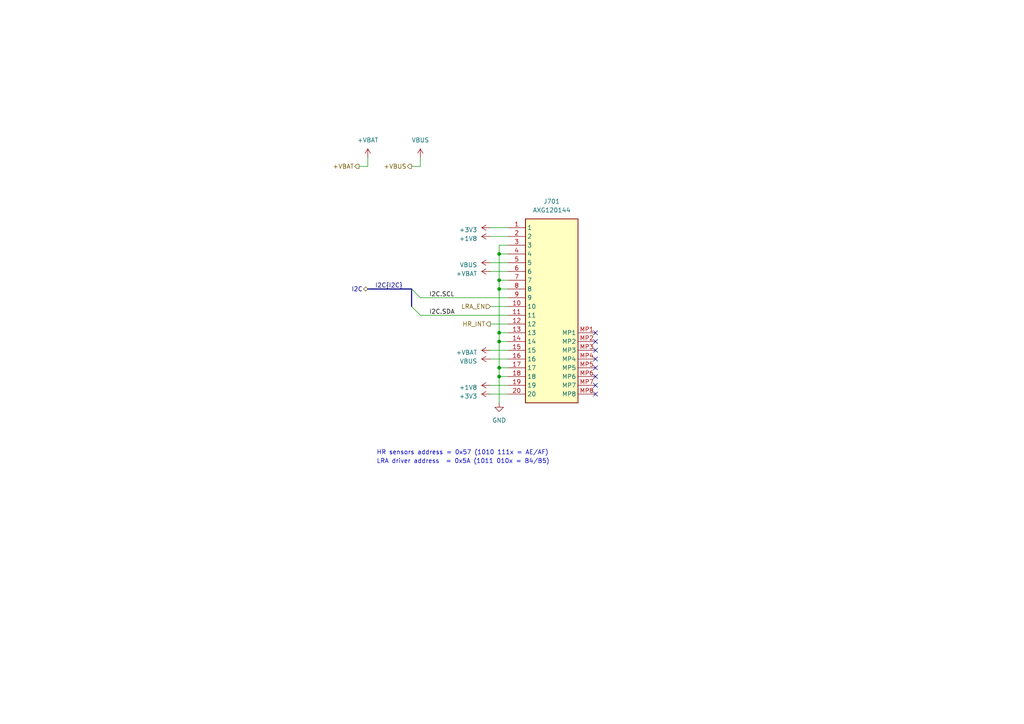
<source format=kicad_sch>
(kicad_sch (version 20230121) (generator eeschema)
  (paper "A4")
  (title_block (title "Watch Daughterboard Connector") (rev "1"))
  (lib_symbols
    (symbol "AXG120144:AXG120144"
      (property "Reference" "J" (at 0 30.48 0))
      (property "Value" "AXG120144" (at 0 27.94 0))
      (symbol "AXG120144_1_1"
        (rectangle (start -7.62 25.4) (end 7.62 -27.94) (stroke (width 0.254)) (fill (type background)))
        (pin passive line (at -12.7 22.86 0) (length 5.08) (name "1") (number "1"))
        (pin passive line (at -12.7 0 0) (length 5.08) (name "10") (number "10"))
        (pin passive line (at -12.7 -2.54 0) (length 5.08) (name "11") (number "11"))
        (pin passive line (at -12.7 -5.08 0) (length 5.08) (name "12") (number "12"))
        (pin passive line (at -12.7 -7.62 0) (length 5.08) (name "13") (number "13"))
        (pin passive line (at -12.7 -10.16 0) (length 5.08) (name "14") (number "14"))
        (pin passive line (at -12.7 -12.7 0) (length 5.08) (name "15") (number "15"))
        (pin passive line (at -12.7 -15.24 0) (length 5.08) (name "16") (number "16"))
        (pin passive line (at -12.7 -17.78 0) (length 5.08) (name "17") (number "17"))
        (pin passive line (at -12.7 -20.32 0) (length 5.08) (name "18") (number "18"))
        (pin passive line (at -12.7 -22.86 0) (length 5.08) (name "19") (number "19"))
        (pin passive line (at -12.7 20.32 0) (length 5.08) (name "2") (number "2"))
        (pin passive line (at -12.7 -25.4 0) (length 5.08) (name "20") (number "20"))
        (pin passive line (at -12.7 17.78 0) (length 5.08) (name "3") (number "3"))
        (pin passive line (at -12.7 15.24 0) (length 5.08) (name "4") (number "4"))
        (pin passive line (at -12.7 12.7 0) (length 5.08) (name "5") (number "5"))
        (pin passive line (at -12.7 10.16 0) (length 5.08) (name "6") (number "6"))
        (pin passive line (at -12.7 7.62 0) (length 5.08) (name "7") (number "7"))
        (pin passive line (at -12.7 5.08 0) (length 5.08) (name "8") (number "8"))
        (pin passive line (at -12.7 2.54 0) (length 5.08) (name "9") (number "9"))
        (pin passive line (at 12.7 -7.62 180) (length 5.08) (name "MP1") (number "MP1"))
        (pin passive line (at 12.7 -10.16 180) (length 5.08) (name "MP2") (number "MP2"))
        (pin passive line (at 12.7 -12.7 180) (length 5.08) (name "MP3") (number "MP3"))
        (pin passive line (at 12.7 -15.24 180) (length 5.08) (name "MP4") (number "MP4"))
        (pin passive line (at 12.7 -17.78 180) (length 5.08) (name "MP5") (number "MP5"))
        (pin passive line (at 12.7 -20.32 180) (length 5.08) (name "MP6") (number "MP6"))
        (pin passive line (at 12.7 -22.86 180) (length 5.08) (name "MP7") (number "MP7"))
        (pin passive line (at 12.7 -25.4 180) (length 5.08) (name "MP8") (number "MP8"))
      )
    )
    (symbol "power:+1V8" (power) (pin_names (offset 0))
      (property "Value" "+1V8" (at 0 3.556 0))
      (symbol "+1V8_0_1"
        (polyline (pts (xy -0.762 1.27) (xy 0 2.54)))
        (polyline (pts (xy 0 0) (xy 0 2.54)))
        (polyline (pts (xy 0 2.54) (xy 0.762 1.27)))
      )
      (symbol "+1V8_1_1"
        (pin power_in line (at 0 0 90) (length 0) hide (name "+1V8") (number "1"))
      )
    )
    (symbol "power:+3V3" (power) (pin_names (offset 0))
      (property "Value" "+3V3" (at 0 3.556 0))
      (symbol "+3V3_0_1"
        (polyline (pts (xy -0.762 1.27) (xy 0 2.54)))
        (polyline (pts (xy 0 0) (xy 0 2.54)))
        (polyline (pts (xy 0 2.54) (xy 0.762 1.27)))
      )
      (symbol "+3V3_1_1"
        (pin power_in line (at 0 0 90) (length 0) hide (name "+3V3") (number "1"))
      )
    )
    (symbol "power:GND" (power) (pin_names (offset 0))
      (property "Value" "GND" (at 0 -3.81 0))
      (symbol "GND_0_1"
        (polyline (pts (xy 0 0) (xy 0 -1.27) (xy 1.27 -1.27) (xy 0 -2.54) (xy -1.27 -1.27) (xy 0 -1.27)))
      )
      (symbol "GND_1_1"
        (pin power_in line (at 0 0 270) (length 0) hide (name "GND") (number "1"))
      )
    )
    (symbol "power:VBUS" (power) (pin_names (offset 0))
      (property "Value" "VBUS" (at 0 3.81 0))
      (symbol "VBUS_0_1"
        (polyline (pts (xy -0.762 1.27) (xy 0 2.54)))
        (polyline (pts (xy 0 0) (xy 0 2.54)))
        (polyline (pts (xy 0 2.54) (xy 0.762 1.27)))
      )
      (symbol "VBUS_1_1"
        (pin power_in line (at 0 0 90) (length 0) hide (name "VBUS") (number "1"))
      )
    )
    (symbol "watch_symbols_lib:+VBAT" (power) (pin_names (offset 0))
      (property "Value" "+VBAT" (at 0 3.556 0))
      (symbol "+VBAT_0_1"
        (polyline (pts (xy -0.762 1.27) (xy 0 2.54)))
        (polyline (pts (xy 0 0) (xy 0 2.54)))
        (polyline (pts (xy 0 2.54) (xy 0.762 1.27)))
      )
      (symbol "+VBAT_1_1"
        (pin power_in line (at 0 0 90) (length 0) hide (name "+VBAT") (number "1"))
      )
    )
  )
  (junction (at 144.78 99.06))
  (junction (at 144.78 96.52))
  (junction (at 144.78 81.28))
  (junction (at 144.78 106.68))
  (junction (at 144.78 73.66))
  (junction (at 144.78 83.82))
  (junction (at 144.78 109.22))
  (no_connect (at 172.72 114.3))
  (no_connect (at 172.72 99.06))
  (no_connect (at 172.72 96.52))
  (no_connect (at 172.72 104.14))
  (no_connect (at 172.72 106.68))
  (no_connect (at 172.72 101.6))
  (no_connect (at 172.72 111.76))
  (no_connect (at 172.72 109.22))
  (bus_entry (at 119.38 83.82) (size 2.54 2.54))
  (bus_entry (at 119.38 88.9) (size 2.54 2.54))
  (bus (pts (xy 119.38 83.82) (xy 106.68 83.82)))
  (wire (pts (xy 142.24 114.3) (xy 147.32 114.3)))
  (wire (pts (xy 147.32 71.12) (xy 144.78 71.12)))
  (wire (pts (xy 104.14 48.26) (xy 106.68 48.26)))
  (wire (pts (xy 142.24 88.9) (xy 147.32 88.9)))
  (wire (pts (xy 142.24 66.04) (xy 147.32 66.04)))
  (wire (pts (xy 142.24 101.6) (xy 147.32 101.6)))
  (wire (pts (xy 144.78 71.12) (xy 144.78 73.66)))
  (wire (pts (xy 144.78 83.82) (xy 147.32 83.82)))
  (wire (pts (xy 144.78 81.28) (xy 147.32 81.28)))
  (wire (pts (xy 144.78 81.28) (xy 144.78 83.82)))
  (wire (pts (xy 147.32 96.52) (xy 144.78 96.52)))
  (wire (pts (xy 142.24 78.74) (xy 147.32 78.74)))
  (wire (pts (xy 147.32 99.06) (xy 144.78 99.06)))
  (wire (pts (xy 144.78 96.52) (xy 144.78 99.06)))
  (wire (pts (xy 119.38 48.26) (xy 121.92 48.26)))
  (wire (pts (xy 144.78 99.06) (xy 144.78 106.68)))
  (wire (pts (xy 142.24 93.98) (xy 147.32 93.98)))
  (wire (pts (xy 147.32 106.68) (xy 144.78 106.68)))
  (wire (pts (xy 144.78 106.68) (xy 144.78 109.22)))
  (wire (pts (xy 144.78 109.22) (xy 147.32 109.22)))
  (wire (pts (xy 144.78 83.82) (xy 144.78 96.52)))
  (wire (pts (xy 106.68 48.26) (xy 106.68 45.72)))
  (bus (pts (xy 119.38 83.82) (xy 119.38 88.9)))
  (wire (pts (xy 142.24 104.14) (xy 147.32 104.14)))
  (wire (pts (xy 144.78 73.66) (xy 147.32 73.66)))
  (wire (pts (xy 121.92 91.44) (xy 147.32 91.44)))
  (wire (pts (xy 142.24 111.76) (xy 147.32 111.76)))
  (wire (pts (xy 147.32 68.58) (xy 142.24 68.58)))
  (wire (pts (xy 121.92 48.26) (xy 121.92 45.72)))
  (wire (pts (xy 142.24 76.2) (xy 147.32 76.2)))
  (wire (pts (xy 121.92 86.36) (xy 147.32 86.36)))
  (wire (pts (xy 144.78 73.66) (xy 144.78 81.28)))
  (wire (pts (xy 144.78 116.84) (xy 144.78 109.22)))
  (text "HR sensors address = 0x57 (1010 111x = AE/AF)" (at 109.22 132.08 0) (effects (font (size 1.27 1.27)) (justify left bottom)))
  (text "LRA driver address  = 0x5A (1011 010x = B4/B5)" (at 109.22 134.62 0) (effects (font (size 1.27 1.27)) (justify left bottom)))
  (label "I2C.SDA" (at 124.46 91.44 0))
  (label "I2C{I2C}" (at 116.84 83.82 180))
  (label "I2C.SCL" (at 124.46 86.36 0))
  (hierarchical_label "LRA_EN" (shape input) (at 142.24 88.9 180))
  (hierarchical_label "I2C" (shape bidirectional) (at 106.68 83.82 180) (property "DSI" "DSI" (effects hide)))
  (hierarchical_label "+VBUS" (shape output) (at 119.38 48.26 180))
  (hierarchical_label "HR_INT" (shape output) (at 142.24 93.98 180))
  (hierarchical_label "+VBAT" (shape output) (at 104.14 48.26 180))
  (symbol (lib_id "power:+1V8") (at 142.24 68.58 90) (unit 1)
    (property "Reference" "#PWR0704" (effects hide))
    (property "Value" "+1V8" (at 138.43 69.215 90) (effects (justify left)))
  )
  (symbol (lib_id "watch_symbols_lib:+VBAT") (at 106.68 45.72 0) (unit 1)
    (property "Reference" "#PWR0108" (effects hide))
    (property "Value" "+VBAT" (at 106.68 40.64 0))
    (instances (project "watch_main" (path "" (reference "#PWR0108") (unit 1)) (path "" (reference "#PWR0701") (unit 1))))
  )
  (symbol (lib_id "watch_symbols_lib:+VBAT") (at 142.24 78.74 90) (unit 1)
    (property "Reference" "#PWR0108" (effects hide))
    (property "Value" "+VBAT" (at 138.43 79.375 90) (effects (justify left)))
    (instances (project "watch_main" (path "" (reference "#PWR0108") (unit 1)) (path "" (reference "#PWR0706") (unit 1))))
  )
  (symbol (lib_id "power:GND") (at 144.78 116.84 0) (unit 1)
    (property "Reference" "#PWR0711" (effects hide))
    (property "Value" "GND" (at 144.78 121.92 0))
  )
  (symbol (lib_id "power:VBUS") (at 121.92 45.72 0) (unit 1)
    (property "Reference" "#PWR0109" (effects hide))
    (property "Value" "VBUS" (at 121.92 40.64 0))
    (instances (project "watch_main" (path "" (reference "#PWR0109") (unit 1)) (path "" (reference "#PWR0702") (unit 1))))
  )
  (symbol (lib_id "power:VBUS") (at 142.24 76.2 90) (unit 1)
    (property "Reference" "#PWR0109" (effects hide))
    (property "Value" "VBUS" (at 138.43 76.835 90) (effects (justify left)))
    (instances (project "watch_main" (path "" (reference "#PWR0109") (unit 1)) (path "" (reference "#PWR0705") (unit 1))))
  )
  (symbol (lib_id "power:+3V3") (at 142.24 114.3 90) (unit 1)
    (property "Reference" "#PWR0710" (effects hide))
    (property "Value" "+3V3" (at 138.43 114.935 90) (effects (justify left)))
  )
  (symbol (lib_id "power:+1V8") (at 142.24 111.76 90) (unit 1)
    (property "Reference" "#PWR0709" (effects hide))
    (property "Value" "+1V8" (at 138.43 112.395 90) (effects (justify left)))
  )
  (symbol (lib_id "AXG120144:AXG120144") (at 160.02 88.9 0) (unit 1)
    (property "Reference" "J701" (at 160.02 58.42 0))
    (property "Value" "AXG120144" (at 160.02 60.96 0))
    (property "Footprint" "watch_footprints:AXG120144" (effects hide))
    (property "Datasheet" "https://www3.panasonic.biz/ac/e_download/control/connector/base-fpc/catalog/con_eng_s35.pdf?f_cd=401984&via=ok" (effects hide))
    (property "Height" "0.79" (effects hide))
    (property "Manufacturer_Name" "Panasonic" (effects hide))
    (property "Manufacturer_Part_Number" "AXG120144" (effects hide))
    (property "Mouser Part Number" "769-AXG120144" (effects hide))
    (property "Mouser Price/Stock" "https://www.mouser.co.uk/ProductDetail/Panasonic-Industrial-Devices/AXG120144?qs=MNIFWdyJgbqXw6rsxlm2Ww%3D%3D" (effects hide))
    (property "Arrow Part Number" "AXG120144" (effects hide))
    (property "Arrow Price/Stock" "https://www.arrow.com/en/products/axg120144/panasonic?region=nac" (effects hide))
  )
  (symbol (lib_id "watch_symbols_lib:+VBAT") (at 142.24 101.6 90) (unit 1)
    (property "Reference" "#PWR0108" (effects hide))
    (property "Value" "+VBAT" (at 138.43 102.235 90) (effects (justify left)))
    (instances (project "watch_main" (path "" (reference "#PWR0108") (unit 1)) (path "" (reference "#PWR0707") (unit 1))))
  )
  (symbol (lib_id "power:+3V3") (at 142.24 66.04 90) (unit 1)
    (property "Reference" "#PWR0703" (effects hide))
    (property "Value" "+3V3" (at 138.43 66.675 90) (effects (justify left)))
  )
  (symbol (lib_id "power:VBUS") (at 142.24 104.14 90) (unit 1)
    (property "Reference" "#PWR0109" (effects hide))
    (property "Value" "VBUS" (at 138.43 104.775 90) (effects (justify left)))
    (instances (project "watch_main" (path "" (reference "#PWR0109") (unit 1)) (path "" (reference "#PWR0708") (unit 1))))
  )
)
</source>
